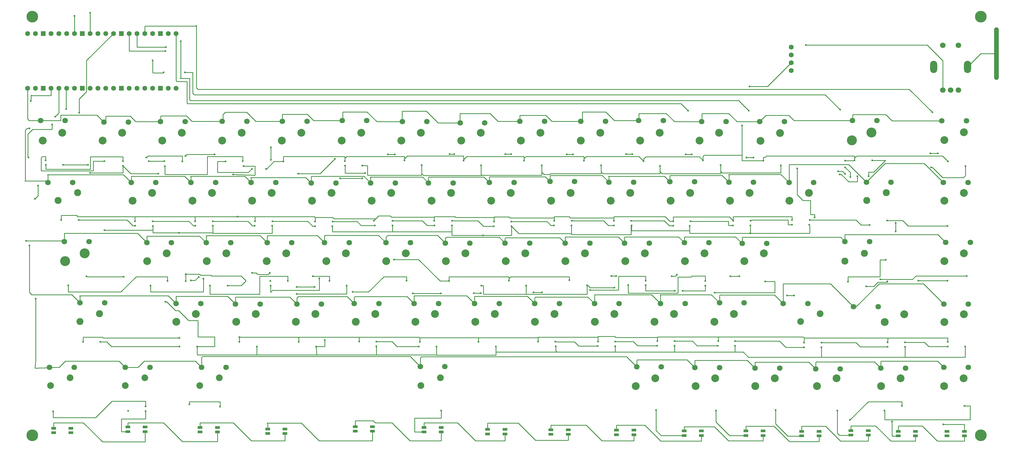
<source format=gtl>
G04 Layer: TopLayer*
G04 EasyEDA v6.5.48, 2025-03-21 03:43:35*
G04 8df40c406dd64a40a88ac0f89ec13ad7,969951738f564c6b9e5867b4eeab67b3,10*
G04 Gerber Generator version 0.2*
G04 Scale: 100 percent, Rotated: No, Reflected: No *
G04 Dimensions in inches *
G04 leading zeros omitted , absolute positions ,3 integer and 6 decimal *
%FSLAX36Y36*%
%MOIN*%

%AMMACRO1*21,1,$1,$2,0,0,$3*%
%ADD10C,0.0100*%
%ADD11MACRO1,0.063X0.0323X0.0000*%
%ADD12C,0.1000*%
%ADD13C,0.0900*%
%ADD14C,0.0709*%
%ADD15C,0.1500*%
%ADD16C,0.0860*%
%ADD17C,0.1270*%
%ADD18C,0.0630*%
%ADD19O,0.09055099999999999X0.15747999999999998*%
%ADD20R,0.0630X0.0630*%
%ADD21O,0.059054999999999996X0.674999*%
%ADD22C,0.0244*%
%ADD23C,0.0150*%

%LPD*%
D10*
X612519Y-1290000D02*
G01*
X607519Y-1295000D01*
X425000Y-1300000D01*
X435000Y-1205000D01*
X435000Y-410000D01*
X4010000Y630000D02*
G01*
X4000000Y640000D01*
X3240000Y640000D01*
X3240000Y580000D01*
X4010000Y515000D02*
G01*
X3980000Y515000D01*
X3915000Y580000D01*
X3465000Y580000D01*
X4787461Y612460D02*
G01*
X4252538Y612460D01*
X4235000Y630000D01*
X4010000Y630000D01*
X4010000Y575000D01*
X5000000Y445963D02*
G01*
X4230000Y445963D01*
X4230000Y515000D01*
X4774759Y525470D02*
G01*
X4599530Y525470D01*
X4550000Y575000D01*
X4235000Y575000D01*
X5760000Y445963D02*
G01*
X5000000Y445963D01*
X5000000Y525000D01*
X5535000Y632482D02*
G01*
X4987518Y632482D01*
X4970000Y650000D01*
X4825000Y650000D01*
X4760000Y585000D01*
X5539759Y525470D02*
G01*
X5444530Y525470D01*
X5385000Y585000D01*
X5000000Y585000D01*
X6300000Y627148D02*
G01*
X5812852Y627148D01*
X5800000Y640000D01*
X5535000Y640000D01*
X5535000Y585000D01*
X6159794Y400000D02*
G01*
X5760000Y400000D01*
X5760000Y525000D01*
X6525000Y515000D02*
G01*
X6525000Y400000D01*
X6159794Y400000D01*
X6299759Y515470D02*
G01*
X6164530Y515470D01*
X6095000Y585000D01*
X5765000Y585000D01*
X7290240Y423148D02*
G01*
X6616851Y423148D01*
X6525000Y515000D01*
X7070000Y620480D02*
G01*
X6504516Y620480D01*
X6490000Y635000D01*
X6300000Y635000D01*
X6300000Y575000D01*
X7069799Y525500D02*
G01*
X7029499Y525500D01*
X6980000Y575000D01*
X6520200Y574499D01*
X7835000Y623148D02*
G01*
X7276851Y623148D01*
X7260000Y640000D01*
X7070000Y640000D01*
X7070000Y585000D01*
X7290240Y525470D02*
G01*
X7290240Y410000D01*
X8055000Y410000D01*
X8055000Y520000D01*
X8060000Y525000D01*
X7834759Y525470D02*
G01*
X7764530Y525470D01*
X7705000Y585000D01*
X7295000Y585000D01*
X8805000Y458314D02*
G01*
X8060000Y458314D01*
X8060000Y525000D01*
X8595000Y580000D02*
G01*
X8550000Y580000D01*
X8495000Y635000D01*
X8490000Y640000D01*
X7835000Y640000D01*
X7835000Y585000D01*
X8594799Y520500D02*
G01*
X8544499Y520500D01*
X8480000Y585000D01*
X8055200Y584499D01*
X8805000Y520000D02*
G01*
X8805000Y425000D01*
X9580200Y425000D01*
X9580200Y430000D01*
X9360000Y585000D02*
G01*
X9360000Y590000D01*
X9315000Y635000D01*
X8595000Y635000D01*
X8595000Y580000D01*
X9359799Y525500D02*
G01*
X9300000Y525500D01*
X9300000Y580000D01*
X8815200Y579499D01*
X9580240Y425000D02*
G01*
X9580240Y425000D01*
X10340000Y425000D01*
X10340000Y525000D01*
X9580240Y525470D02*
G01*
X9580240Y425000D01*
X10115000Y535000D02*
G01*
X10065000Y535000D01*
X10065000Y595000D01*
X9595000Y595000D01*
X9585000Y585000D01*
X10114759Y594529D02*
G01*
X10114759Y640000D01*
X9360000Y640000D01*
X9360000Y585000D01*
X10180493Y1255000D02*
G01*
X10180493Y919506D01*
X10255000Y845000D01*
X10350000Y845000D01*
X10350000Y665000D01*
X10405000Y665000D01*
X10405000Y630000D01*
X11109759Y530470D02*
G01*
X10999530Y530470D01*
X10935000Y595000D01*
X10340000Y595000D01*
X11315000Y85000D02*
G01*
X11240000Y85000D01*
X11240000Y-130000D01*
X10830000Y-130000D01*
X10830000Y-195000D01*
X11440000Y560000D02*
G01*
X11440000Y450000D01*
X10795000Y1355000D02*
G01*
X10910000Y1355000D01*
X10915000Y1360000D01*
X10860000Y1145000D02*
G01*
X10860000Y1205000D01*
X10795000Y1270000D01*
X10725000Y1180000D02*
G01*
X10745000Y1180000D01*
X10840000Y1085000D01*
X10950000Y1085000D01*
X10950000Y1155000D01*
X11335000Y-190000D02*
G01*
X11335000Y-200000D01*
X11210000Y-200000D01*
X11210000Y-205000D01*
X11160000Y-255000D01*
X11065000Y-255000D01*
X12105000Y520000D02*
G01*
X11600000Y520000D01*
X11530000Y590000D01*
X11330000Y590000D01*
X11885000Y1450000D02*
G01*
X11980000Y1450000D01*
X11895000Y1270000D02*
G01*
X11910000Y1270000D01*
X12040000Y1140000D01*
X12310000Y1140000D01*
X12335000Y1165000D01*
X12335000Y1285000D01*
X11215000Y1415000D02*
G01*
X12040000Y1415000D01*
X12110000Y1345000D01*
X10915000Y1360000D02*
G01*
X10915000Y1390000D01*
X10935000Y1410000D01*
X10950000Y1415000D01*
X10960000Y1415000D01*
X11215000Y1415000D01*
X11095000Y1155000D02*
G01*
X11095000Y1210000D01*
X11160000Y1210000D01*
X11310000Y1360000D01*
X11140000Y1360000D01*
X10705000Y1220000D02*
G01*
X10760000Y1220000D01*
X10795000Y1185000D01*
X9749759Y1400000D02*
G01*
X9770000Y1400000D01*
X9785000Y1415000D01*
X10915000Y1415000D01*
X10915000Y1360000D01*
X9749759Y1354529D02*
G01*
X9749759Y1400000D01*
X9749759Y1354529D02*
G01*
X9475000Y1354529D01*
X9475000Y1805000D01*
X12052500Y1075000D02*
G01*
X11807500Y1320000D01*
X11305000Y1320000D01*
X11067500Y1082500D01*
X11067500Y1080000D01*
X11067520Y1080000D02*
G01*
X10842520Y1305000D01*
X10077500Y1305000D01*
X10077500Y1075000D01*
X9530000Y1395000D02*
G01*
X9620000Y1395000D01*
X9200000Y1300000D02*
G01*
X9200000Y1220000D01*
X9220000Y1200000D01*
X9970000Y1200000D01*
X9970000Y1295000D01*
X9200000Y1300000D02*
G01*
X9200000Y1190000D01*
X8450000Y1190000D01*
X8425000Y1215000D01*
X8425000Y1290000D01*
X8975000Y1360000D02*
G01*
X8975000Y1410000D01*
X8989380Y1424380D01*
X9475000Y1424380D01*
X8755000Y1435000D02*
G01*
X8830000Y1435000D01*
X8215000Y1350000D02*
G01*
X8215000Y1375000D01*
X8245000Y1405000D01*
X8930000Y1405000D01*
X8975000Y1360000D01*
X7990000Y1440000D02*
G01*
X8070000Y1440000D01*
X7670000Y1295000D02*
G01*
X7670000Y1215000D01*
X7695000Y1190000D01*
X8425000Y1190000D01*
X8425000Y1290000D01*
X7450000Y1355000D02*
G01*
X7450000Y1380000D01*
X7480000Y1410000D01*
X8155000Y1410000D01*
X8215000Y1350000D01*
X7230000Y1435000D02*
G01*
X7310000Y1435000D01*
X6910000Y1295000D02*
G01*
X6910000Y1210000D01*
X6940000Y1180000D01*
X7015000Y1180000D01*
X7025000Y1190000D01*
X7670000Y1190000D01*
X7670000Y1295000D01*
X6685000Y1355000D02*
G01*
X6685000Y1385000D01*
X6710000Y1410000D01*
X7450000Y1410000D01*
X7450000Y1355000D01*
X6445000Y1440000D02*
G01*
X6520000Y1440000D01*
X6135000Y1295000D02*
G01*
X6135000Y1180000D01*
X6150000Y1165000D01*
X6155000Y1170000D01*
X6910000Y1170000D01*
X6910000Y1295000D01*
X5910000Y1355000D02*
G01*
X5910000Y1370000D01*
X5950000Y1410000D01*
X6685000Y1410000D01*
X6685000Y1355000D01*
X5730000Y1440000D02*
G01*
X5790000Y1440000D01*
X4615200Y1290500D02*
G01*
X4680000Y1290500D01*
X4680000Y1170000D01*
X5375000Y1170000D01*
X5375000Y1300000D01*
X5375000Y1300000D02*
G01*
X5375000Y1190000D01*
X5400000Y1165000D01*
X6135000Y1165000D01*
X6135000Y1295000D01*
X5155000Y1360000D02*
G01*
X5155000Y1380000D01*
X5190000Y1415000D01*
X5910000Y1415000D01*
X5910000Y1355000D01*
X5155000Y1360000D02*
G01*
X5155000Y1380000D01*
X5190000Y1415000D01*
X4940000Y1435000D02*
G01*
X5030000Y1435000D01*
X4394760Y1290470D02*
G01*
X4394760Y1195000D01*
X4650000Y1195000D01*
X4390000Y1350000D02*
G01*
X4390000Y1385000D01*
X4415000Y1410000D01*
X5155000Y1410000D01*
X5155000Y1360000D01*
X4390000Y1350000D02*
G01*
X4390000Y1410000D01*
X3605000Y1410000D01*
X3605000Y1345000D01*
X3795000Y1190000D02*
G01*
X4075000Y1190000D01*
X4265000Y1380000D01*
X4330000Y1130000D02*
G01*
X4615000Y1130000D01*
X12057500Y-480000D02*
G01*
X11797500Y-220000D01*
X11230000Y-220000D01*
X10935000Y-515000D01*
X10902500Y-515000D01*
X12361530Y2554839D02*
G01*
X12531689Y2725000D01*
X12730000Y2725000D01*
X11910000Y1975000D02*
G01*
X11615000Y2270000D01*
X2510000Y2270000D01*
X2490000Y2290000D01*
X2490000Y3090000D01*
X2480000Y3080000D01*
X1835000Y3080000D01*
X1831059Y3076060D01*
X1831059Y2983380D01*
X2070000Y2485000D02*
G01*
X2065000Y2480000D01*
X1935000Y2480000D01*
X1930000Y2485000D01*
X1930000Y2640000D01*
X10730000Y2007899D02*
G01*
X10537898Y2200000D01*
X2465000Y2200000D01*
X2445000Y2220000D01*
X2445000Y2485000D01*
X2345000Y2485000D01*
X9560000Y1995000D02*
G01*
X9430000Y2125000D01*
X2415000Y2125000D01*
X2405000Y2135000D01*
X2405000Y2410000D01*
X2280000Y2410000D01*
X2290000Y2420000D01*
X2290000Y2885000D01*
X8785000Y1995000D02*
G01*
X8695000Y2085000D01*
X2375000Y2085000D01*
X2370000Y2090000D01*
X2370000Y2370000D01*
X2240000Y2370000D01*
X2231059Y2378939D01*
X2231059Y2983380D01*
X831069Y2283389D02*
G01*
X825000Y2277319D01*
X825000Y2015000D01*
X425000Y865000D02*
G01*
X465000Y905000D01*
X465000Y1035000D01*
X685000Y1920000D02*
G01*
X731069Y1966069D01*
X731069Y2283389D01*
X340000Y1395000D02*
G01*
X335000Y1400000D01*
X335000Y1695000D01*
X395000Y1755000D01*
X640000Y1755000D01*
X645000Y1760000D01*
X645000Y1820000D01*
X1002520Y-465000D02*
G01*
X897520Y-360000D01*
X385000Y-360000D01*
X355000Y-330000D01*
X355000Y270000D01*
X370000Y2120000D02*
G01*
X375000Y2125000D01*
X375000Y2195000D01*
X380000Y2190000D01*
X630000Y2190000D01*
X631069Y2191069D01*
X631069Y2283389D01*
X802520Y320000D02*
G01*
X792520Y330000D01*
X310000Y330000D01*
X1582520Y-1290000D02*
G01*
X1502520Y-1210000D01*
X815000Y-1210000D01*
X735000Y-1290000D01*
X612519Y-1290000D01*
X2557520Y-1290000D02*
G01*
X2477520Y-1210000D01*
X1825000Y-1210000D01*
X1745000Y-1290000D01*
X1582520Y-1290000D01*
X5357520Y-1280000D02*
G01*
X5227520Y-1150000D01*
X2570000Y-1150000D01*
X2557520Y-1162480D01*
X2557520Y-1290000D01*
X8127520Y-1285000D02*
G01*
X7997520Y-1155000D01*
X5370000Y-1155000D01*
X5357520Y-1167480D01*
X5357520Y-1280000D01*
X8872520Y-1295000D02*
G01*
X8772520Y-1195000D01*
X8135000Y-1195000D01*
X8127520Y-1202480D01*
X8127520Y-1285000D01*
X9642520Y-1300000D02*
G01*
X9542520Y-1200000D01*
X8870000Y-1200000D01*
X8872520Y-1202519D01*
X8872520Y-1295000D01*
X10417520Y-1310000D02*
G01*
X10332520Y-1225000D01*
X9640000Y-1225000D01*
X9642520Y-1227519D01*
X9642520Y-1300000D01*
X11252520Y-1300000D02*
G01*
X11172520Y-1220000D01*
X10425000Y-1220000D01*
X10417520Y-1227480D01*
X10417520Y-1310000D01*
X12057520Y-1290000D02*
G01*
X11977520Y-1210000D01*
X11250000Y-1210000D01*
X11252520Y-1212519D01*
X11252520Y-1300000D01*
X2232520Y-475000D02*
G01*
X2132520Y-375000D01*
X995000Y-375000D01*
X1002520Y-382519D01*
X1002520Y-465000D01*
X2992520Y-480000D02*
G01*
X2892520Y-380000D01*
X2235000Y-380000D01*
X2232520Y-382480D01*
X2232520Y-475000D01*
X3777520Y-480000D02*
G01*
X3687520Y-390000D01*
X2995000Y-390000D01*
X2992520Y-392480D01*
X2992520Y-480000D01*
X4512520Y-475000D02*
G01*
X4422520Y-385000D01*
X3795000Y-385000D01*
X3777520Y-402480D01*
X3777520Y-480000D01*
X5277520Y-475000D02*
G01*
X5187520Y-385000D01*
X4520000Y-385000D01*
X4512520Y-392480D01*
X4512520Y-475000D01*
X6052520Y-475000D02*
G01*
X5952520Y-375000D01*
X5275000Y-375000D01*
X5277520Y-377519D01*
X5277520Y-475000D01*
X6822520Y-475000D02*
G01*
X6727520Y-380000D01*
X6055000Y-380000D01*
X6052520Y-382480D01*
X6052520Y-475000D01*
X7587520Y-475000D02*
G01*
X7502520Y-390000D01*
X6830000Y-390000D01*
X6822520Y-397480D01*
X6822520Y-475000D01*
X8432520Y-475000D02*
G01*
X8317520Y-360000D01*
X7590000Y-360000D01*
X7587520Y-362480D01*
X7587520Y-475000D01*
X9187520Y-465000D02*
G01*
X9082520Y-360000D01*
X8425000Y-360000D01*
X8432520Y-367519D01*
X8432520Y-475000D01*
X10002520Y-475000D02*
G01*
X9892520Y-365000D01*
X9190000Y-365000D01*
X9187520Y-367480D01*
X9187520Y-465000D01*
X10902520Y-515000D02*
G01*
X10607520Y-220000D01*
X10000000Y-220000D01*
X10002520Y-222519D01*
X10002520Y-475000D01*
X1857520Y305000D02*
G01*
X1737520Y425000D01*
X800000Y425000D01*
X802520Y422480D01*
X802520Y320000D01*
X2617520Y305000D02*
G01*
X2532520Y390000D01*
X1860000Y390000D01*
X1857520Y387519D01*
X1857520Y305000D01*
X3397520Y305000D02*
G01*
X3307520Y395000D01*
X2615000Y395000D01*
X2617520Y392480D01*
X2617520Y305000D01*
X4132520Y305000D02*
G01*
X4042520Y395000D01*
X3405000Y395000D01*
X3397520Y387519D01*
X3397520Y305000D01*
X4917520Y305000D02*
G01*
X4822520Y400000D01*
X4135000Y400000D01*
X4132520Y397519D01*
X4132520Y305000D01*
X5677520Y300000D02*
G01*
X5577520Y400000D01*
X4940000Y400000D01*
X4917520Y377519D01*
X4917520Y305000D01*
X6442520Y300000D02*
G01*
X6367520Y375000D01*
X5690000Y375000D01*
X5677520Y362519D01*
X5677520Y300000D01*
X7212520Y300000D02*
G01*
X7142520Y370000D01*
X6450000Y370000D01*
X6442520Y362519D01*
X6442520Y300000D01*
X7972520Y300000D02*
G01*
X7892520Y380000D01*
X7210000Y380000D01*
X7212520Y377480D01*
X7212520Y300000D01*
X8737520Y305000D02*
G01*
X8662520Y380000D01*
X7970000Y380000D01*
X7972520Y377480D01*
X7972520Y300000D01*
X9477520Y295000D02*
G01*
X9392520Y380000D01*
X8740000Y380000D01*
X8737520Y377519D01*
X8737520Y305000D01*
X10792520Y320000D02*
G01*
X10737520Y375000D01*
X9475000Y375000D01*
X9477520Y372480D01*
X9477520Y295000D01*
X12082520Y310000D02*
G01*
X11982520Y410000D01*
X10795000Y410000D01*
X10792520Y407519D01*
X10792520Y320000D01*
X592519Y1075000D02*
G01*
X572519Y1095000D01*
X295000Y1095000D01*
X300000Y1100000D01*
X300000Y1745000D01*
X325000Y1770000D01*
X355000Y1770000D01*
X1657520Y1075000D02*
G01*
X1557520Y1175000D01*
X585000Y1175000D01*
X592519Y1167480D01*
X592519Y1075000D01*
X2422520Y1075000D02*
G01*
X2342520Y1155000D01*
X1660000Y1155000D01*
X1657520Y1152519D01*
X1657520Y1075000D01*
X3192520Y1075000D02*
G01*
X3112520Y1155000D01*
X2415000Y1155000D01*
X2422520Y1147480D01*
X2422520Y1075000D01*
X3962520Y1070000D02*
G01*
X3892520Y1140000D01*
X3185000Y1140000D01*
X3192520Y1132480D01*
X3192520Y1075000D01*
X4722520Y1070000D02*
G01*
X4637520Y1155000D01*
X3965000Y1155000D01*
X3962520Y1152519D01*
X3962520Y1070000D01*
X5462520Y1070000D02*
G01*
X5387520Y1145000D01*
X4715000Y1145000D01*
X4722520Y1137480D01*
X4722520Y1070000D01*
X6242520Y1075000D02*
G01*
X6172520Y1145000D01*
X5465000Y1145000D01*
X5462520Y1142519D01*
X5462520Y1070000D01*
X7017520Y1090000D02*
G01*
X6957520Y1150000D01*
X6245000Y1150000D01*
X6242520Y1147519D01*
X6242520Y1075000D01*
X7772520Y1080000D02*
G01*
X7687520Y1165000D01*
X7025000Y1165000D01*
X7017520Y1157519D01*
X7017520Y1090000D01*
X8552520Y1085000D02*
G01*
X8482520Y1155000D01*
X7765000Y1155000D01*
X7772520Y1147480D01*
X7772520Y1080000D01*
X9307520Y1080000D02*
G01*
X9222520Y1165000D01*
X8550000Y1165000D01*
X8552520Y1162480D01*
X8552520Y1085000D01*
X10077520Y1075000D02*
G01*
X9972520Y1180000D01*
X9300000Y1180000D01*
X9307520Y1172480D01*
X9307520Y1080000D01*
X1130000Y3250000D02*
G01*
X1130000Y2984450D01*
X1131069Y2983380D01*
X930000Y3210000D02*
G01*
X930000Y2984450D01*
X931069Y2983380D01*
X2095000Y2760000D02*
G01*
X1630000Y2760000D01*
X1630000Y2982319D01*
X1631059Y2983379D01*
X2100000Y2810000D02*
G01*
X1730000Y2810000D01*
X1730000Y2982319D01*
X1731059Y2983380D01*
X12044989Y2259560D02*
G01*
X12044989Y2635010D01*
X11845000Y2835000D01*
X10290000Y2835000D01*
X497519Y1870000D02*
G01*
X350000Y1870000D01*
X330000Y1890000D01*
X330000Y2282319D01*
X331069Y2283389D01*
X12032500Y1865000D02*
G01*
X11395000Y1865000D01*
X11315000Y1945000D01*
X10890000Y1945000D01*
X10890000Y1872500D01*
X10887500Y1870000D01*
X10887500Y1870000D02*
G01*
X10140000Y1870000D01*
X10075000Y1935000D01*
X9782500Y1935000D01*
X9702500Y1855000D01*
X9702520Y1855000D02*
G01*
X9410000Y1855000D01*
X9305000Y1960000D01*
X8960000Y1960000D01*
X8960000Y1857480D01*
X8957520Y1855000D01*
X8957520Y1855000D02*
G01*
X8610000Y1855000D01*
X8505000Y1960000D01*
X8155000Y1960000D01*
X8155000Y1872480D01*
X8152520Y1870000D01*
X8152520Y1870000D02*
G01*
X7840000Y1870000D01*
X7730000Y1980000D01*
X7430000Y1980000D01*
X7430000Y1877480D01*
X7412520Y1860000D01*
X7412520Y1860000D02*
G01*
X7040000Y1860000D01*
X6965000Y1935000D01*
X6630000Y1935000D01*
X6630000Y1862519D01*
X6632520Y1860000D01*
X6632520Y1860000D02*
G01*
X6350000Y1860000D01*
X6250000Y1960000D01*
X5865000Y1960000D01*
X5865000Y1842519D01*
X5867520Y1840000D01*
X5867520Y1840000D02*
G01*
X5585000Y1840000D01*
X5435000Y1990000D01*
X5125000Y1990000D01*
X5125000Y1857519D01*
X5127520Y1855000D01*
X5127520Y1855000D02*
G01*
X4800000Y1855000D01*
X4675000Y1980000D01*
X4365000Y1980000D01*
X4365000Y1877480D01*
X4357520Y1870000D01*
X4357520Y1870000D02*
G01*
X3990000Y1870000D01*
X3910000Y1950000D01*
X3590000Y1950000D01*
X3590000Y1862519D01*
X3592520Y1860000D01*
X3592520Y1860000D02*
G01*
X3250000Y1860000D01*
X3135000Y1975000D01*
X2860000Y1975000D01*
X2830000Y1945000D01*
X2830000Y1867480D01*
X2822520Y1860000D01*
X2822520Y1860000D02*
G01*
X2435000Y1860000D01*
X2365000Y1930000D01*
X2035000Y1930000D01*
X2035000Y1857480D01*
X2032520Y1855000D01*
X2032520Y1855000D02*
G01*
X1715000Y1855000D01*
X1645000Y1925000D01*
X1330000Y1925000D01*
X1330000Y1872480D01*
X1307520Y1850000D01*
X497519Y1870000D02*
G01*
X755000Y1870000D01*
X755000Y1940000D01*
X1217520Y1940000D01*
X1307520Y1850000D01*
X990000Y1970000D02*
G01*
X990000Y2145000D01*
X1085000Y2240000D01*
X1085000Y2637310D01*
X1431069Y2983380D01*
X9570000Y2305000D02*
G01*
X9800000Y2305000D01*
X10105000Y2610000D01*
X560000Y1360000D02*
G01*
X560000Y1410000D01*
X520000Y1410000D01*
X505000Y1395000D01*
X505000Y1225000D01*
X1170000Y1225000D01*
X1170000Y1350000D01*
X1315000Y1350000D01*
X564800Y1300500D02*
G01*
X564800Y1245000D01*
X1135000Y1245000D01*
X1135000Y1405000D01*
X1550000Y1405000D01*
X1550000Y1350000D01*
X785240Y1300470D02*
G01*
X1105000Y1300470D01*
X1130000Y1200000D02*
G01*
X1550000Y1200000D01*
X1550000Y1290000D01*
X1880000Y1350000D02*
G01*
X2080000Y1350000D01*
X2005000Y1190000D02*
G01*
X1650000Y1190000D01*
X1550000Y1290000D01*
X1850000Y1395000D02*
G01*
X1870000Y1415000D01*
X2310000Y1415000D01*
X2310000Y1345000D01*
X2089759Y1285470D02*
G01*
X2089759Y1180000D01*
X2630000Y1180000D01*
X2630000Y1410000D01*
X3085000Y1410000D01*
X3085000Y1350000D01*
X2725000Y1435000D02*
G01*
X2370000Y1435000D01*
X2350000Y1415000D01*
X3445200Y1526700D02*
G01*
X3445200Y1365999D01*
X2960000Y1180000D02*
G01*
X3240000Y1170000D01*
X3240000Y1285000D01*
X3095000Y1285000D01*
X2864760Y1344529D02*
G01*
X2760000Y1344529D01*
X2760000Y1205000D01*
X3155000Y1205000D01*
X3200000Y1250000D01*
X3380000Y1250000D02*
G01*
X3390000Y1250000D01*
X3485000Y1345000D01*
X3605000Y1345000D01*
X3239799Y520500D02*
G01*
X3209499Y520500D01*
X3150000Y580000D01*
X2700200Y579499D01*
X3018189Y640000D02*
G01*
X2475000Y640000D01*
X2475000Y580000D01*
X3240000Y640000D02*
G01*
X3018189Y640000D01*
X3460240Y520470D02*
G01*
X3460240Y425000D01*
X2700000Y425000D01*
X2700000Y515000D01*
X2479799Y520500D02*
G01*
X2454499Y520500D01*
X2395000Y580000D01*
X1930200Y579499D01*
X2475000Y640000D02*
G01*
X1705000Y640000D01*
X1705000Y580000D01*
X2267453Y433078D02*
G01*
X1935000Y433078D01*
X1935000Y520000D01*
X2700000Y433078D02*
G01*
X2267453Y433078D01*
X1709759Y520470D02*
G01*
X1679530Y520470D01*
X1605000Y595000D01*
X985000Y595000D01*
X1705000Y640000D02*
G01*
X965000Y640000D01*
X965000Y655000D01*
X760000Y655000D01*
X760000Y595000D01*
X1935000Y465079D02*
G01*
X1315000Y465079D01*
X850000Y-240000D02*
G01*
X850000Y-325000D01*
X1525000Y-325000D01*
X1720000Y-130000D01*
X2120000Y-130000D01*
X2120000Y-185000D01*
X2095000Y-450000D02*
G01*
X2110000Y-450000D01*
X2225000Y-565000D01*
X2265000Y-565000D01*
X2390000Y-690000D01*
X2510000Y-690000D01*
X2510000Y-900000D01*
X2725000Y-900000D01*
X2725000Y-1025000D01*
X2500000Y-1025000D01*
X2355000Y-97224D02*
G01*
X2532223Y-97224D01*
X2545000Y-110000D01*
X2680000Y-110000D01*
X2680000Y-120000D01*
X3065000Y-120000D01*
X3125000Y-180000D01*
X3125000Y-185000D01*
X3065000Y-245000D01*
X2890000Y-245000D01*
X2664759Y-244529D02*
G01*
X2664759Y-355000D01*
X3300000Y-355000D01*
X3300000Y-125000D01*
X3660000Y-125000D01*
X3660000Y-185000D01*
X3205000Y-80000D02*
G01*
X3255000Y-80000D01*
X3275000Y-100000D01*
X3410000Y-100000D01*
X3430000Y-80000D01*
X1905000Y-245000D02*
G01*
X1905000Y-325000D01*
X2580000Y-325000D01*
X2580000Y-155000D01*
X1560000Y-130000D02*
G01*
X1090000Y-130000D01*
X1085000Y-125000D01*
X2355000Y-189499D02*
G01*
X2355000Y-97224D01*
X2420799Y-179200D02*
G01*
X2475799Y-179200D01*
X2520000Y-135000D01*
X3775000Y-350000D02*
G01*
X4415000Y-350000D01*
X4415000Y-245000D01*
X3980000Y-125000D02*
G01*
X4195000Y-125000D01*
X4195000Y-185000D01*
X3440000Y-245000D02*
G01*
X3440000Y-330000D01*
X3465000Y-305000D01*
X4065000Y-305000D01*
X4065000Y-150000D01*
X4490000Y-325000D02*
G01*
X4695000Y-325000D01*
X4890000Y-130000D01*
X5180000Y-130000D01*
X5180000Y-180000D01*
X5725000Y-185000D02*
G01*
X5610000Y-185000D01*
X5335000Y90000D01*
X5020000Y90000D01*
X5260000Y-345000D02*
G01*
X5620000Y-345000D01*
X5725000Y-185000D02*
G01*
X5725000Y-130000D01*
X6490000Y-130000D01*
X6490000Y-180000D01*
X6139499Y-244499D02*
G01*
X6165000Y-244499D01*
X6165000Y-355000D01*
X6710000Y-355000D01*
X6710000Y-245000D01*
X6040000Y-340000D02*
G01*
X6130000Y-340000D01*
X6490000Y-180000D02*
G01*
X6490000Y-155000D01*
X6515000Y-130000D01*
X7265000Y-130000D01*
X7265000Y-175000D01*
X6710000Y-355000D02*
G01*
X7490000Y-355000D01*
X7490000Y-240000D01*
X6805000Y-330000D02*
G01*
X6915000Y-330000D01*
X7530000Y-300000D02*
G01*
X7895000Y-300000D01*
X7895000Y-125000D01*
X8240000Y-125000D01*
X8240000Y-180000D01*
X7490000Y-240000D02*
G01*
X7500000Y-240000D01*
X7530000Y-270000D01*
X7840000Y-270000D01*
X7800000Y-120000D02*
G01*
X7865000Y-120000D01*
X8019759Y-239529D02*
G01*
X8019759Y-340000D01*
X8655000Y-340000D01*
X8655000Y-135000D01*
X8820000Y-135000D01*
X8835000Y-120000D01*
X9005000Y-120000D01*
X9005000Y-185000D01*
X8240200Y-239499D02*
G01*
X8240200Y-310000D01*
X8615000Y-310000D01*
X8715000Y-310000D02*
G01*
X9005000Y-310000D01*
X9005000Y-245000D01*
X8575000Y-125000D02*
G01*
X8620000Y-125000D01*
X8640000Y-105000D01*
X9325000Y-125000D02*
G01*
X9440000Y-125000D01*
X9125000Y-335000D02*
G01*
X9895000Y-335000D01*
X9895000Y-190000D01*
X9770000Y-190000D01*
X10050000Y-370000D02*
G01*
X10140000Y-370000D01*
X11245000Y-165000D02*
G01*
X11655000Y-165000D01*
X11700000Y-120000D01*
X12350000Y-120000D01*
X12104759Y-180470D02*
G01*
X11730000Y-180470D01*
X12050000Y-2022300D02*
G01*
X12320200Y-2022500D01*
X12320200Y-2110500D01*
X12320240Y-2169529D02*
G01*
X12320240Y-2235000D01*
X11975000Y-2235000D01*
X11780000Y-2040000D01*
X11480000Y-2040000D01*
X11474759Y-2045239D01*
X11474759Y-2110470D01*
X11695200Y-2169499D02*
G01*
X11695200Y-2235000D01*
X11380000Y-2235000D01*
X11185000Y-2040000D01*
X10869799Y-2040199D01*
X10869799Y-2100500D01*
X11090200Y-2159499D02*
G01*
X11090200Y-2235000D01*
X10735000Y-2235000D01*
X10545000Y-2045000D01*
X10239799Y-2045199D01*
X10239799Y-2110500D01*
X10460200Y-2169499D02*
G01*
X10460200Y-2240000D01*
X10080000Y-2240000D01*
X9885000Y-2045000D01*
X9524799Y-2045199D01*
X9524799Y-2105500D01*
X9745200Y-2164499D02*
G01*
X9745200Y-2230000D01*
X9300000Y-2230000D01*
X9120000Y-2050000D01*
X8734799Y-2050199D01*
X8734799Y-2105500D01*
X8955200Y-2164499D02*
G01*
X8955200Y-2235000D01*
X8435000Y-2235000D01*
X8230000Y-2030000D01*
X7869799Y-2030199D01*
X7869799Y-2095500D01*
X8090200Y-2154499D02*
G01*
X8090200Y-2230000D01*
X7680000Y-2230000D01*
X7480000Y-2030000D01*
X7029799Y-2030199D01*
X7029799Y-2090500D01*
X7250200Y-2149499D02*
G01*
X7250200Y-2225000D01*
X6830000Y-2225000D01*
X6610000Y-2005000D01*
X6219799Y-2005199D01*
X6219799Y-2085500D01*
X6440200Y-2144499D02*
G01*
X6440200Y-2230000D01*
X6065000Y-2230000D01*
X5835000Y-2000000D01*
X5404799Y-2000199D01*
X5404799Y-2060500D01*
X5625200Y-2119499D02*
G01*
X5625200Y-2230000D01*
X5225000Y-2230000D01*
X4995000Y-2000000D01*
X4780000Y-2000000D01*
X4755000Y-1975000D01*
X4524799Y-1975199D01*
X4524799Y-2050500D01*
X4745240Y-2109529D02*
G01*
X4745240Y-2230000D01*
X4060000Y-2230000D01*
X3835000Y-2005000D01*
X3395000Y-2005000D01*
X3404759Y-2014760D01*
X3404759Y-2080470D01*
X3625200Y-2139499D02*
G01*
X3625200Y-2230000D01*
X3195000Y-2230000D01*
X2965000Y-2000000D01*
X2539799Y-2000199D01*
X2539799Y-2060500D01*
X2760200Y-2119499D02*
G01*
X2760200Y-2240000D01*
X2310000Y-2240000D01*
X2070000Y-2000000D01*
X1614799Y-2000199D01*
X1614799Y-2055500D01*
X1614759Y-2114529D02*
G01*
X1530000Y-2114529D01*
X1530000Y-1950000D01*
X1840000Y-1950000D01*
X1840000Y-1850000D01*
X12330000Y-1025000D02*
G01*
X12330000Y-1160000D01*
X11560000Y-1160000D01*
X11560200Y-1029499D01*
X11560000Y-1160000D02*
G01*
X10490000Y-1160000D01*
X10490200Y-1034499D01*
X10490000Y-1160000D02*
G01*
X9555000Y-1160000D01*
X9490000Y-1095000D01*
X9385000Y-1095000D01*
X9385000Y-1015000D01*
X9385000Y-1095000D02*
G01*
X8610000Y-1095000D01*
X8610000Y-1015000D01*
X8610000Y-1095000D02*
G01*
X7850000Y-1095000D01*
X7850000Y-1020000D01*
X7850000Y-1095000D02*
G01*
X7105000Y-1095000D01*
X7090000Y-1080000D01*
X7090000Y-1020000D01*
X7105000Y-1095000D02*
G01*
X6325000Y-1095000D01*
X6325000Y-1025000D01*
X6325000Y-1095000D02*
G01*
X6325000Y-1135000D01*
X5565000Y-1135000D01*
X5565000Y-1025000D01*
X5567632Y-1135000D02*
G01*
X5562632Y-1130000D01*
X4795000Y-1130000D01*
X4795000Y-1020000D01*
X4030000Y-1130000D02*
G01*
X3265000Y-1130000D01*
X3265000Y-1030000D01*
X3268290Y-1130000D02*
G01*
X2500000Y-1130000D01*
X2500000Y-1025000D01*
X2274799Y-1024499D02*
G01*
X1404499Y-1024499D01*
X1345000Y-965000D01*
X1260200Y-965500D01*
X659800Y-1854499D02*
G01*
X659800Y-1935000D01*
X1200000Y-1935000D01*
X1410000Y-1725000D01*
X1840000Y-1725000D01*
X1840200Y-1790500D01*
X2400000Y-1765000D02*
G01*
X2400000Y-1730000D01*
X2795000Y-1730000D01*
X2795200Y-1795500D01*
X12109799Y-965500D02*
G01*
X12109799Y-915000D01*
X11340000Y-915000D01*
X11339799Y-970500D01*
X11340000Y-915000D02*
G01*
X10270000Y-915000D01*
X10269799Y-975500D01*
X10270000Y-915000D02*
G01*
X10255000Y-900000D01*
X9170000Y-900000D01*
X9170000Y-955000D01*
X9170000Y-900000D02*
G01*
X8390000Y-900000D01*
X8390000Y-955000D01*
X8390000Y-909776D02*
G01*
X7859777Y-909776D01*
X7845000Y-895000D01*
X7630000Y-895000D01*
X7630000Y-960000D01*
X7630000Y-909776D02*
G01*
X7625222Y-905000D01*
X6865000Y-905000D01*
X6865000Y-960000D01*
X6865000Y-916442D02*
G01*
X6858557Y-910000D01*
X6100000Y-910000D01*
X6100000Y-965000D01*
X6100000Y-915109D02*
G01*
X6094889Y-910000D01*
X5350000Y-910000D01*
X5350000Y-965000D01*
X5350000Y-915109D02*
G01*
X5339889Y-905000D01*
X4575000Y-905000D01*
X4575000Y-960000D01*
X4575000Y-905000D02*
G01*
X3800000Y-905000D01*
X3800000Y-965000D01*
X3040000Y-905000D02*
G01*
X3040000Y-905000D01*
X3040000Y-965000D01*
X3800000Y-915109D02*
G01*
X3789889Y-905000D01*
X3040000Y-905000D01*
X2274799Y-913984D02*
G01*
X1298985Y-913984D01*
X1290000Y-905000D01*
X1040000Y-905000D01*
X1040000Y-965000D01*
X4795000Y-1130000D02*
G01*
X4030000Y-1130000D01*
X4025000Y-1025000D01*
X4025000Y-1025000D02*
G01*
X4135000Y-1025000D01*
X4135000Y-940000D01*
X4005000Y-260000D02*
G01*
X3775000Y-260000D01*
X5339799Y-1024499D02*
G01*
X5059499Y-1024499D01*
X4995000Y-960000D01*
X4795200Y-960500D01*
X7629759Y-1019529D02*
G01*
X7384530Y-1019529D01*
X7330000Y-965000D01*
X7089769Y-965000D01*
X7085240Y-960470D01*
X8389799Y-1014499D02*
G01*
X8139499Y-1014499D01*
X8085000Y-960000D01*
X7850200Y-960500D01*
X9164799Y-1014499D02*
G01*
X8899499Y-1014499D01*
X8840000Y-955000D01*
X8610200Y-955500D01*
X10269799Y-1034499D02*
G01*
X10034499Y-1034499D01*
X9955500Y-955500D01*
X9385200Y-955500D01*
X11339759Y-1029529D02*
G01*
X10989530Y-1029529D01*
X10935000Y-975000D01*
X10490240Y-975470D01*
X12109799Y-1024499D02*
G01*
X11864499Y-1024499D01*
X11810000Y-970000D01*
X11560200Y-970500D01*
X11395000Y-1985000D02*
G01*
X11395000Y-2170000D01*
X11470000Y-2170000D01*
X10870000Y-2160000D02*
G01*
X10720000Y-2160000D01*
X10695000Y-2135000D01*
X10695200Y-1844499D01*
X10240000Y-2170000D02*
G01*
X10060000Y-2170000D01*
X9905000Y-2015000D01*
X9905200Y-1839499D01*
X9524799Y-2164499D02*
G01*
X9314499Y-2164499D01*
X9140000Y-1990000D01*
X9140200Y-1844499D01*
X8735000Y-2165000D02*
G01*
X8440000Y-2165000D01*
X8375200Y-2100200D01*
X8375200Y-1839499D01*
X5404799Y-2119499D02*
G01*
X5285000Y-2119499D01*
X5285000Y-1940000D01*
X5625000Y-1940000D01*
X5625200Y-1844499D01*
X12320240Y-1785470D02*
G01*
X12395000Y-1785470D01*
X12395000Y-1960000D01*
X11300000Y-1960000D01*
X11300000Y-1850000D01*
X11520240Y-1785470D02*
G01*
X11520240Y-1730000D01*
X11090000Y-1730000D01*
X10855000Y-1965000D01*
X1835200Y-2114499D02*
G01*
X1835200Y-2245000D01*
X1290000Y-2245000D01*
X1045000Y-2000000D01*
X664800Y-2000000D01*
X664760Y-2070470D01*
D11*
G01*
X10869764Y-2100471D03*
G01*
X10869764Y-2159528D03*
G01*
X11090236Y-2159528D03*
G01*
X11090236Y-2100471D03*
G01*
X11474764Y-2110471D03*
G01*
X11474764Y-2169528D03*
G01*
X11695236Y-2169528D03*
G01*
X11695236Y-2110471D03*
G01*
X1614764Y-2055471D03*
G01*
X1614764Y-2114528D03*
G01*
X1835235Y-2114528D03*
G01*
X1835235Y-2055471D03*
G01*
X2539764Y-2060471D03*
G01*
X2539764Y-2119528D03*
G01*
X2760236Y-2119528D03*
G01*
X2760236Y-2060471D03*
G01*
X3404764Y-2080471D03*
G01*
X3404764Y-2139528D03*
G01*
X3625236Y-2139528D03*
G01*
X3625236Y-2080471D03*
G01*
X4524764Y-2050471D03*
G01*
X4524764Y-2109528D03*
G01*
X4745236Y-2109528D03*
G01*
X4745236Y-2050471D03*
G01*
X5404764Y-2060471D03*
G01*
X5404764Y-2119528D03*
G01*
X5625236Y-2119528D03*
G01*
X5625236Y-2060471D03*
G01*
X6219764Y-2085471D03*
G01*
X6219764Y-2144528D03*
G01*
X6440236Y-2144528D03*
G01*
X6440236Y-2085471D03*
G01*
X7029764Y-2090471D03*
G01*
X7029764Y-2149528D03*
G01*
X7250236Y-2149528D03*
G01*
X7250236Y-2090471D03*
G01*
X7869764Y-2095471D03*
G01*
X7869764Y-2154528D03*
G01*
X8090236Y-2154528D03*
G01*
X8090236Y-2095471D03*
G01*
X8734764Y-2105471D03*
G01*
X8734764Y-2164528D03*
G01*
X8955236Y-2164528D03*
G01*
X8955236Y-2105471D03*
G01*
X9524764Y-2105471D03*
G01*
X9524764Y-2164528D03*
G01*
X9745236Y-2164528D03*
G01*
X9745236Y-2105471D03*
G01*
X10239764Y-2110471D03*
G01*
X10239764Y-2169528D03*
G01*
X10460236Y-2169528D03*
G01*
X10460236Y-2110471D03*
G01*
X12099764Y-2110471D03*
G01*
X12099764Y-2169528D03*
G01*
X12320236Y-2169528D03*
G01*
X12320236Y-2110471D03*
G01*
X664764Y-2070471D03*
G01*
X664764Y-2129528D03*
G01*
X885235Y-2129528D03*
G01*
X885235Y-2070471D03*
D12*
G01*
X2055000Y1612300D03*
G01*
X2305000Y1712300D03*
G01*
X1290000Y1612300D03*
G01*
X1540000Y1712300D03*
G01*
X525000Y1612300D03*
G01*
X775000Y1712300D03*
G01*
X12315000Y167300D03*
G01*
X12065000Y67300D03*
G01*
X10685000Y-1432699D03*
G01*
X10435000Y-1532699D03*
G01*
X12315000Y1717300D03*
G01*
X12065000Y1617300D03*
G01*
X12315000Y942300D03*
G01*
X12065000Y842300D03*
G01*
X12315000Y-612699D03*
G01*
X12065000Y-712699D03*
G01*
X12310000Y-1432699D03*
G01*
X12060000Y-1532699D03*
G01*
X11550000Y-612699D03*
G01*
X11300000Y-712699D03*
G01*
X11505000Y-1432699D03*
G01*
X11255000Y-1532699D03*
G01*
X9895000Y-1432699D03*
G01*
X9645000Y-1532699D03*
G01*
X9130000Y-1432699D03*
G01*
X8880000Y-1532699D03*
G01*
X8365000Y-1432699D03*
G01*
X8115000Y-1532699D03*
G01*
X9370000Y-607699D03*
G01*
X9120000Y-707699D03*
G01*
X8605000Y-607699D03*
G01*
X8355000Y-707699D03*
G01*
X7840000Y-607699D03*
G01*
X7590000Y-707699D03*
G01*
X7075000Y-607699D03*
G01*
X6825000Y-707699D03*
G01*
X9755000Y167300D03*
G01*
X9505000Y67300D03*
G01*
X8995000Y167300D03*
G01*
X8745000Y67300D03*
G01*
X8230000Y167300D03*
G01*
X7980000Y67300D03*
G01*
X7465000Y167300D03*
G01*
X7215000Y67300D03*
G01*
X6700000Y167300D03*
G01*
X6450000Y67300D03*
G01*
X10330000Y942300D03*
G01*
X10080000Y842300D03*
G01*
X9570000Y942300D03*
G01*
X9320000Y842300D03*
G01*
X8810000Y942300D03*
G01*
X8560000Y842300D03*
G01*
X8045000Y942300D03*
G01*
X7795000Y842300D03*
G01*
X7280000Y942300D03*
G01*
X7030000Y842300D03*
G01*
X6515000Y942300D03*
G01*
X6265000Y842300D03*
G01*
X6310000Y-607699D03*
G01*
X6060000Y-707699D03*
G01*
X5935000Y167300D03*
G01*
X5685000Y67300D03*
G01*
X5750000Y942300D03*
G01*
X5500000Y842300D03*
G01*
X4985000Y942300D03*
G01*
X4735000Y842300D03*
G01*
X5170000Y167300D03*
G01*
X4920000Y67300D03*
G01*
X5545000Y-607699D03*
G01*
X5295000Y-707699D03*
G01*
X4780000Y-607699D03*
G01*
X4530000Y-707699D03*
G01*
X4015000Y-607699D03*
G01*
X3765000Y-707699D03*
G01*
X3640000Y167300D03*
G01*
X3390000Y67300D03*
G01*
X4405000Y167300D03*
G01*
X4155000Y67300D03*
G01*
X4220000Y942300D03*
G01*
X3970000Y842300D03*
G01*
X3455000Y942300D03*
G01*
X3205000Y842300D03*
G01*
X3250000Y-607699D03*
G01*
X3000000Y-707699D03*
G01*
X2875000Y167300D03*
G01*
X2625000Y67300D03*
G01*
X2690000Y942300D03*
G01*
X2440000Y842300D03*
G01*
X2485000Y-607699D03*
G01*
X2235000Y-707699D03*
G01*
X2110000Y167300D03*
G01*
X1860000Y67300D03*
G01*
X1925000Y942300D03*
G01*
X1675000Y842300D03*
G01*
X6895000Y1712300D03*
G01*
X6645000Y1612300D03*
G01*
X9960000Y1707300D03*
G01*
X9710000Y1607300D03*
G01*
X9180000Y1712300D03*
G01*
X8930000Y1612300D03*
G01*
X8420000Y1712300D03*
G01*
X8170000Y1612300D03*
G01*
X7660000Y1712300D03*
G01*
X7410000Y1612300D03*
G01*
X6130000Y1712300D03*
G01*
X5880000Y1612300D03*
G01*
X5365000Y1712300D03*
G01*
X5115000Y1612300D03*
G01*
X4600000Y1712300D03*
G01*
X4350000Y1612300D03*
G01*
X3835000Y1712300D03*
G01*
X3585000Y1612300D03*
G01*
X3070000Y1712300D03*
G01*
X2820000Y1612300D03*
D13*
G01*
X720000Y845000D03*
G01*
X970000Y945000D03*
D14*
G01*
X8747479Y-475000D03*
G01*
X8432520Y-475000D03*
G01*
X7902479Y-475000D03*
G01*
X7587520Y-475000D03*
G01*
X9502479Y-465000D03*
G01*
X9187520Y-465000D03*
G01*
X5592479Y-475000D03*
G01*
X5277520Y-475000D03*
G01*
X4092479Y-480000D03*
G01*
X3777520Y-480000D03*
G01*
X11567479Y-1300000D03*
G01*
X11252520Y-1300000D03*
G01*
X11107479Y320000D03*
G01*
X10792520Y320000D03*
G01*
X9187479Y-1295000D03*
G01*
X8872520Y-1295000D03*
G01*
X2872479Y-1290000D03*
G01*
X2557520Y-1290000D03*
G01*
X10732479Y-1310000D03*
G01*
X10417520Y-1310000D03*
G01*
X927479Y-1290000D03*
G01*
X612519Y-1290000D03*
G01*
X1317479Y-465000D03*
G01*
X1002520Y-465000D03*
G01*
X7137479Y-475000D03*
G01*
X6822520Y-475000D03*
G01*
X6367479Y-475000D03*
G01*
X6052520Y-475000D03*
G01*
X12372479Y-480000D03*
G01*
X12057520Y-480000D03*
G01*
X8442479Y-1285000D03*
G01*
X8127520Y-1285000D03*
G01*
X12372479Y-1290000D03*
G01*
X12057520Y-1290000D03*
G01*
X9957479Y-1300000D03*
G01*
X9642520Y-1300000D03*
G01*
X10317479Y-475000D03*
G01*
X10002520Y-475000D03*
G01*
X5672479Y-1280000D03*
G01*
X5357520Y-1280000D03*
G01*
X11217479Y-515000D03*
G01*
X10902520Y-515000D03*
G01*
X4827479Y-475000D03*
G01*
X4512520Y-475000D03*
G01*
X1897479Y-1290000D03*
G01*
X1582520Y-1290000D03*
G01*
X3307479Y-480000D03*
G01*
X2992520Y-480000D03*
G01*
X2547479Y-475000D03*
G01*
X2232520Y-475000D03*
G01*
X11382479Y1080000D03*
G01*
X11067520Y1080000D03*
G01*
X8467479Y1870000D03*
G01*
X8152520Y1870000D03*
G01*
X3907479Y1860000D03*
G01*
X3592520Y1860000D03*
G01*
X4672479Y1870000D03*
G01*
X4357520Y1870000D03*
G01*
X5442479Y1855000D03*
G01*
X5127520Y1855000D03*
G01*
X6182479Y1840000D03*
G01*
X5867520Y1840000D03*
G01*
X6947479Y1860000D03*
G01*
X6632520Y1860000D03*
G01*
X7727479Y1860000D03*
G01*
X7412520Y1860000D03*
G01*
X12347479Y1865000D03*
G01*
X12032520Y1865000D03*
G01*
X9792479Y295000D03*
G01*
X9477520Y295000D03*
G01*
X10017479Y1855000D03*
G01*
X9702520Y1855000D03*
G01*
X9272479Y1855000D03*
G01*
X8957520Y1855000D03*
G01*
X9052479Y305000D03*
G01*
X8737520Y305000D03*
G01*
X2172479Y305000D03*
G01*
X1857520Y305000D03*
G01*
X11202479Y1870000D03*
G01*
X10887520Y1870000D03*
G01*
X1117479Y320000D03*
G01*
X802520Y320000D03*
G01*
X3712479Y305000D03*
G01*
X3397520Y305000D03*
G01*
X12367479Y1075000D03*
G01*
X12052520Y1075000D03*
G01*
X3507479Y1075000D03*
G01*
X3192520Y1075000D03*
G01*
X812479Y1870000D03*
G01*
X497519Y1870000D03*
G01*
X4447479Y305000D03*
G01*
X4132520Y305000D03*
G01*
X5232479Y305000D03*
G01*
X4917520Y305000D03*
G01*
X5992479Y300000D03*
G01*
X5677520Y300000D03*
G01*
X7332479Y1090000D03*
G01*
X7017520Y1090000D03*
G01*
X6757479Y300000D03*
G01*
X6442520Y300000D03*
G01*
X7527479Y300000D03*
G01*
X7212520Y300000D03*
G01*
X8287479Y300000D03*
G01*
X7972520Y300000D03*
G01*
X8087479Y1080000D03*
G01*
X7772520Y1080000D03*
G01*
X12397479Y310000D03*
G01*
X12082520Y310000D03*
G01*
X8867479Y1085000D03*
G01*
X8552520Y1085000D03*
G01*
X1972479Y1075000D03*
G01*
X1657520Y1075000D03*
G01*
X4277479Y1070000D03*
G01*
X3962520Y1070000D03*
G01*
X2932479Y305000D03*
G01*
X2617520Y305000D03*
G01*
X907479Y1075000D03*
G01*
X592519Y1075000D03*
G01*
X5037479Y1070000D03*
G01*
X4722520Y1070000D03*
G01*
X6557479Y1075000D03*
G01*
X6242520Y1075000D03*
G01*
X2737479Y1075000D03*
G01*
X2422520Y1075000D03*
G01*
X5777479Y1070000D03*
G01*
X5462520Y1070000D03*
G01*
X9622479Y1080000D03*
G01*
X9307520Y1080000D03*
G01*
X10392479Y1075000D03*
G01*
X10077520Y1075000D03*
G01*
X1622479Y1850000D03*
G01*
X1307520Y1850000D03*
G01*
X2347479Y1855000D03*
G01*
X2032520Y1855000D03*
G01*
X3137479Y1860000D03*
G01*
X2822520Y1860000D03*
D15*
G01*
X390000Y3200000D03*
G01*
X12530000Y3200000D03*
G01*
X390000Y-2160000D03*
G01*
X12530000Y-2160000D03*
D16*
G01*
X625000Y-1525000D03*
G01*
X875000Y-1425000D03*
G01*
X1580000Y-1525000D03*
G01*
X1830000Y-1425000D03*
G01*
X2535000Y-1525000D03*
G01*
X2785000Y-1425000D03*
D13*
G01*
X1000000Y-705000D03*
G01*
X1250000Y-605000D03*
D17*
G01*
X811499Y70000D03*
G01*
X1061499Y170000D03*
G01*
X10880000Y1615000D03*
G01*
X11130000Y1715000D03*
D13*
G01*
X10790000Y70000D03*
G01*
X11040000Y170000D03*
G01*
X11070000Y845000D03*
G01*
X11320000Y945000D03*
D18*
G01*
X10105000Y2510000D03*
G01*
X10105000Y2610000D03*
G01*
X10105000Y2710000D03*
G01*
X10105000Y2810000D03*
D14*
G01*
X12044989Y2259560D03*
G01*
X12144989Y2259560D03*
G01*
X12244989Y2259560D03*
G01*
X12044989Y2830430D03*
G01*
X12244989Y2830430D03*
D19*
G01*
X12361530Y2554839D03*
G01*
X11928459Y2554839D03*
D16*
G01*
X5365000Y-1525000D03*
G01*
X5615000Y-1425000D03*
G01*
X10225000Y-705000D03*
G01*
X10475000Y-605000D03*
D18*
G01*
X2231059Y2283389D03*
G01*
X2131059Y2283389D03*
D20*
G01*
X2031059Y2283389D03*
D18*
G01*
X1931059Y2283389D03*
G01*
X1831059Y2283389D03*
G01*
X1731059Y2283389D03*
G01*
X1631059Y2283389D03*
D20*
G01*
X1531069Y2283389D03*
D18*
G01*
X1431069Y2283389D03*
G01*
X1331069Y2283389D03*
G01*
X331069Y2283389D03*
G01*
X431069Y2283389D03*
D20*
G01*
X531069Y2283389D03*
D18*
G01*
X631069Y2283389D03*
G01*
X731069Y2283389D03*
G01*
X831069Y2283389D03*
G01*
X931069Y2283389D03*
D20*
G01*
X1031069Y2283389D03*
D18*
G01*
X1131069Y2283389D03*
G01*
X1231069Y2283389D03*
G01*
X1231069Y2983380D03*
G01*
X1131069Y2983380D03*
D20*
G01*
X1031069Y2983380D03*
D18*
G01*
X931069Y2983380D03*
G01*
X831069Y2983380D03*
G01*
X731069Y2983380D03*
G01*
X631069Y2983380D03*
D20*
G01*
X531069Y2983380D03*
D18*
G01*
X431069Y2983380D03*
G01*
X331069Y2983380D03*
G01*
X1331069Y2983380D03*
G01*
X1431069Y2983380D03*
D20*
G01*
X1531069Y2983380D03*
D18*
G01*
X1631059Y2983380D03*
G01*
X1731059Y2983380D03*
G01*
X1831059Y2983380D03*
G01*
X1931059Y2983380D03*
D20*
G01*
X2031059Y2983380D03*
D18*
G01*
X2131059Y2983380D03*
G01*
X2231059Y2983380D03*
D21*
G01*
X12730000Y2725000D03*
D22*
G01*
X10290000Y2835000D03*
G01*
X2100000Y2810000D03*
G01*
X2095000Y2760000D03*
G01*
X930000Y3210000D03*
G01*
X1130000Y3250000D03*
G01*
X355000Y1770000D03*
G01*
X310000Y330000D03*
G01*
X370000Y2120000D03*
G01*
X355000Y270000D03*
G01*
X340000Y1395000D03*
G01*
X645000Y1820000D03*
G01*
X685000Y1920000D03*
G01*
X435000Y-410000D03*
G01*
X425000Y865000D03*
G01*
X465000Y1035000D03*
G01*
X825000Y2015000D03*
G01*
X8785000Y1995000D03*
G01*
X9560000Y1995000D03*
G01*
X10730000Y2007899D03*
G01*
X11910000Y1975000D03*
G01*
X2290000Y2885000D03*
G01*
X2345000Y2485000D03*
G01*
X2070000Y2485000D03*
G01*
X1930000Y2640000D03*
G01*
X990000Y1970000D03*
G01*
X564760Y1300470D03*
G01*
X1550000Y1350000D03*
G01*
X9749759Y1354529D03*
G01*
X9475000Y1805000D03*
G01*
X9570000Y2305000D03*
G01*
X560000Y1360000D03*
G01*
X560000Y1360000D03*
G01*
X1315000Y1350000D03*
G01*
X785240Y1300470D03*
G01*
X1105000Y1300470D03*
G01*
X1130000Y1200000D03*
G01*
X1550000Y1290000D03*
G01*
X1880000Y1350000D03*
G01*
X2080000Y1350000D03*
G01*
X2005000Y1190000D03*
G01*
X1850000Y1395000D03*
G01*
X2310000Y1345000D03*
G01*
X2089759Y1285470D03*
G01*
X3085000Y1350000D03*
G01*
X2725000Y1435000D03*
G01*
X2350000Y1415000D03*
G01*
X2960000Y1180000D03*
G01*
X3095000Y1285000D03*
G01*
X3445200Y1365999D03*
G01*
X3445200Y1526700D03*
G01*
X2864759Y1344529D03*
G01*
X3200000Y1250000D03*
G01*
X3380000Y1250000D03*
G01*
X3605000Y1345000D03*
G01*
X4390000Y1350000D03*
G01*
X4330000Y1130000D03*
G01*
X4615000Y1130000D03*
G01*
X3795000Y1190000D03*
G01*
X4265000Y1380000D03*
G01*
X4615200Y1290500D03*
G01*
X5375000Y1300000D03*
G01*
X5155000Y1360000D03*
G01*
X4394759Y1290470D03*
G01*
X4650000Y1195000D03*
G01*
X4940000Y1435000D03*
G01*
X5030000Y1435000D03*
G01*
X5910000Y1355000D03*
G01*
X6135000Y1295000D03*
G01*
X5730000Y1440000D03*
G01*
X5790000Y1440000D03*
G01*
X6685000Y1355000D03*
G01*
X6910000Y1295000D03*
G01*
X6445000Y1440000D03*
G01*
X6520000Y1440000D03*
G01*
X7450000Y1355000D03*
G01*
X7670000Y1295000D03*
G01*
X7230000Y1435000D03*
G01*
X7310000Y1435000D03*
G01*
X8215000Y1350000D03*
G01*
X8425000Y1290000D03*
G01*
X7990000Y1440000D03*
G01*
X8070000Y1440000D03*
G01*
X8975000Y1360000D03*
G01*
X9200000Y1300000D03*
G01*
X8755000Y1435000D03*
G01*
X8830000Y1435000D03*
G01*
X9970000Y1295000D03*
G01*
X9530000Y1395000D03*
G01*
X9620000Y1395000D03*
G01*
X10915000Y1360000D03*
G01*
X10705000Y1220000D03*
G01*
X10795000Y1185000D03*
G01*
X10725000Y1180000D03*
G01*
X10950000Y1155000D03*
G01*
X11095000Y1155000D03*
G01*
X11140000Y1360000D03*
G01*
X12110000Y1345000D03*
G01*
X11895000Y1270000D03*
G01*
X12335000Y1285000D03*
G01*
X11885000Y1450000D03*
G01*
X11980000Y1450000D03*
G01*
X12105000Y520000D03*
G01*
X11330000Y590000D03*
G01*
X11335000Y-190000D03*
G01*
X11065000Y-255000D03*
G01*
X10860000Y1145000D03*
G01*
X10795000Y1270000D03*
G01*
X10795000Y1355000D03*
G01*
X11440000Y560000D03*
G01*
X11440000Y450000D03*
G01*
X11315000Y85000D03*
G01*
X10830000Y-195000D03*
G01*
X11109759Y530470D03*
G01*
X10340000Y595000D03*
G01*
X10180490Y1255000D03*
G01*
X10405000Y630000D03*
G01*
X10114759Y594529D03*
G01*
X9360000Y585000D03*
G01*
X10115000Y535000D03*
G01*
X9585000Y585000D03*
G01*
X10335240Y535470D03*
G01*
X9580240Y525470D03*
G01*
X9359759Y525470D03*
G01*
X8815240Y579529D03*
G01*
X8595000Y580000D03*
G01*
X8805000Y520000D03*
G01*
X8594759Y520470D03*
G01*
X8055240Y584529D03*
G01*
X7835000Y585000D03*
G01*
X8060000Y525000D03*
G01*
X7834759Y525470D03*
G01*
X7295000Y585000D03*
G01*
X7290240Y525470D03*
G01*
X7070000Y585000D03*
G01*
X7069759Y525470D03*
G01*
X6520240Y574529D03*
G01*
X6300000Y575000D03*
G01*
X6525000Y515000D03*
G01*
X6299759Y515470D03*
G01*
X5765000Y585000D03*
G01*
X5760000Y525000D03*
G01*
X5535000Y585000D03*
G01*
X5539759Y525470D03*
G01*
X4760000Y585000D03*
G01*
X5000000Y525000D03*
G01*
X5000000Y585000D03*
G01*
X4774759Y525470D03*
G01*
X4235000Y575000D03*
G01*
X4230000Y515000D03*
G01*
X4010000Y575000D03*
G01*
X4010000Y515000D03*
G01*
X3465000Y580000D03*
G01*
X3240000Y580000D03*
G01*
X3239759Y520470D03*
G01*
X2700240Y579529D03*
G01*
X2475000Y580000D03*
G01*
X3460240Y520470D03*
G01*
X2700240Y520470D03*
G01*
X2479759Y520470D03*
G01*
X1930240Y579529D03*
G01*
X1705000Y580000D03*
G01*
X1935000Y520000D03*
G01*
X1709759Y520470D03*
G01*
X985000Y595000D03*
G01*
X760000Y595000D03*
G01*
X1315000Y465079D03*
G01*
X850000Y-240000D03*
G01*
X2120000Y-185000D03*
G01*
X665000Y-2130000D03*
G01*
X890240Y-2070470D03*
G01*
X2267449Y433079D03*
G01*
X2095000Y-450000D03*
G01*
X2500000Y-1025000D03*
G01*
X1840000Y-2055000D03*
G01*
X2765000Y-2060000D03*
G01*
X3625000Y-2075000D03*
G01*
X4735000Y-2050000D03*
G01*
X5630000Y-2055000D03*
G01*
X6445000Y-2080000D03*
G01*
X2355000Y-97220D03*
G01*
X2890000Y-245000D03*
G01*
X1905000Y-245000D03*
G01*
X2580000Y-155000D03*
G01*
X2664759Y-244529D03*
G01*
X3660000Y-185000D03*
G01*
X3018190Y640000D03*
G01*
X3205000Y-80000D03*
G01*
X3430000Y-80000D03*
G01*
X1560000Y-130000D03*
G01*
X1085000Y-125000D03*
G01*
X2520000Y-135000D03*
G01*
X2420799Y-179200D03*
G01*
X2355000Y-189499D03*
G01*
X3775000Y-350000D03*
G01*
X4415000Y-245000D03*
G01*
X3439759Y-185470D03*
G01*
X3980000Y-125000D03*
G01*
X4195000Y-185000D03*
G01*
X3440000Y-245000D03*
G01*
X4065000Y-150000D03*
G01*
X4490000Y-325000D03*
G01*
X5180000Y-180000D03*
G01*
X5725000Y-185000D03*
G01*
X5020000Y90000D03*
G01*
X5260000Y-345000D03*
G01*
X5620000Y-345000D03*
G01*
X6159790Y400000D03*
G01*
X6139499Y-244499D03*
G01*
X6710000Y-245000D03*
G01*
X6490000Y-180000D03*
G01*
X6040000Y-340000D03*
G01*
X6130000Y-340000D03*
G01*
X7265000Y-175000D03*
G01*
X7490000Y-240000D03*
G01*
X6805000Y-330000D03*
G01*
X6915000Y-330000D03*
G01*
X7530000Y-300000D03*
G01*
X8240000Y-180000D03*
G01*
X7840000Y-270000D03*
G01*
X7800000Y-120000D03*
G01*
X7865000Y-120000D03*
G01*
X8019759Y-239529D03*
G01*
X9005000Y-185000D03*
G01*
X8240200Y-239499D03*
G01*
X8615000Y-310000D03*
G01*
X8715000Y-310000D03*
G01*
X9005000Y-245000D03*
G01*
X8575000Y-125000D03*
G01*
X8640000Y-105000D03*
G01*
X9325000Y-125000D03*
G01*
X9440000Y-125000D03*
G01*
X9125000Y-335000D03*
G01*
X9770000Y-190000D03*
G01*
X9580240Y425000D03*
G01*
X10050000Y-370000D03*
G01*
X10140000Y-370000D03*
G01*
X11245000Y-165000D03*
G01*
X12350000Y-120000D03*
G01*
X12104759Y-180470D03*
G01*
X12104759Y-180470D03*
G01*
X11730000Y-180470D03*
G01*
X12099799Y-2110000D03*
G01*
X12100000Y-2170000D03*
G01*
X11470000Y-2170000D03*
G01*
X10870000Y-2160000D03*
G01*
X10240000Y-2170000D03*
G01*
X9524759Y-2164529D03*
G01*
X8735000Y-2165000D03*
G01*
X7870000Y-2155000D03*
G01*
X7029759Y-2149529D03*
G01*
X6219759Y-2144529D03*
G01*
X5404759Y-2119529D03*
G01*
X4524759Y-2109529D03*
G01*
X3404759Y-2139529D03*
G01*
X2539759Y-2119529D03*
G01*
X1614759Y-2114529D03*
G01*
X7250240Y-2090470D03*
G01*
X8090240Y-2095470D03*
G01*
X8955240Y-2105470D03*
G01*
X9745240Y-2105470D03*
G01*
X10460240Y-2110470D03*
G01*
X11090240Y-2100470D03*
G01*
X11695240Y-2110470D03*
G01*
X12320240Y-2110470D03*
G01*
X12050000Y-2022300D03*
G01*
X1840000Y-1850000D03*
G01*
X12330000Y-1025000D03*
G01*
X11560240Y-1029529D03*
G01*
X10490240Y-1034529D03*
G01*
X9385000Y-1015000D03*
G01*
X8610000Y-1015000D03*
G01*
X7850000Y-1020000D03*
G01*
X7090000Y-1020000D03*
G01*
X6325000Y-1025000D03*
G01*
X5565000Y-1025000D03*
G01*
X4795000Y-1020000D03*
G01*
X3265000Y-1025000D03*
G01*
X1260240Y-965470D03*
G01*
X2274759Y-1024529D03*
G01*
X659760Y-1854529D03*
G01*
X1840240Y-1790470D03*
G01*
X1619759Y-1849529D03*
G01*
X2795240Y-1795470D03*
G01*
X2400000Y-1765000D03*
G01*
X12109759Y-965470D03*
G01*
X11339759Y-970470D03*
G01*
X10269759Y-975470D03*
G01*
X9170000Y-955000D03*
G01*
X8390000Y-955000D03*
G01*
X7630000Y-960000D03*
G01*
X6865000Y-960000D03*
G01*
X6100000Y-965000D03*
G01*
X5350000Y-965000D03*
G01*
X4575000Y-960000D03*
G01*
X3800000Y-965000D03*
G01*
X3040000Y-965000D03*
G01*
X3040000Y-905000D03*
G01*
X2274799Y-913989D03*
G01*
X1040000Y-965000D03*
G01*
X4025000Y-1025000D03*
G01*
X4135000Y-940000D03*
G01*
X4005000Y-260000D03*
G01*
X3775000Y-260000D03*
G01*
X5339759Y-1024529D03*
G01*
X4795240Y-960470D03*
G01*
X7629759Y-1019529D03*
G01*
X7085240Y-960470D03*
G01*
X8389759Y-1014529D03*
G01*
X7850240Y-960470D03*
G01*
X8610240Y-955470D03*
G01*
X9164759Y-1014529D03*
G01*
X9385240Y-955470D03*
G01*
X10269759Y-1034529D03*
G01*
X11339759Y-1029529D03*
G01*
X10490240Y-975470D03*
G01*
X12109759Y-1024529D03*
G01*
X11560240Y-970470D03*
G01*
X11395000Y-1985000D03*
G01*
X10695240Y-1844529D03*
G01*
X9905240Y-1839529D03*
G01*
X9140240Y-1844529D03*
G01*
X8375240Y-1839529D03*
G01*
X5625240Y-1844529D03*
G01*
X12320240Y-1785470D03*
G01*
X11299759Y-1844529D03*
G01*
X11520240Y-1785470D03*
G01*
X10855000Y-1965000D03*
M02*

</source>
